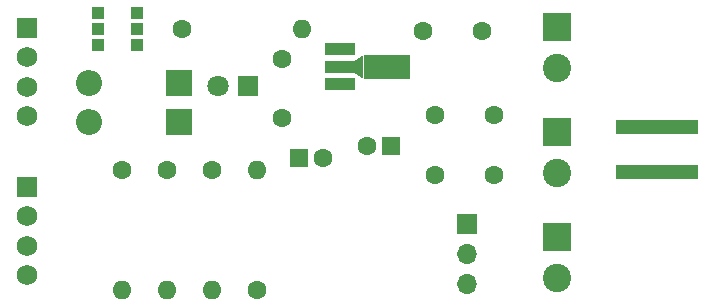
<source format=gbr>
G04 #@! TF.GenerationSoftware,KiCad,Pcbnew,6.0.0-d3dd2cf0fa~116~ubuntu20.04.1*
G04 #@! TF.CreationDate,2022-01-19T00:46:34+01:00*
G04 #@! TF.ProjectId,bobbycar,626f6262-7963-4617-922e-6b696361645f,rev?*
G04 #@! TF.SameCoordinates,Original*
G04 #@! TF.FileFunction,Soldermask,Top*
G04 #@! TF.FilePolarity,Negative*
%FSLAX46Y46*%
G04 Gerber Fmt 4.6, Leading zero omitted, Abs format (unit mm)*
G04 Created by KiCad (PCBNEW 6.0.0-d3dd2cf0fa~116~ubuntu20.04.1) date 2022-01-19 00:46:34*
%MOMM*%
%LPD*%
G01*
G04 APERTURE LIST*
G04 Aperture macros list*
%AMOutline4P*
0 Free polygon, 4 corners , with rotation*
0 The origin of the aperture is its center*
0 number of corners: always 4*
0 $1 to $8 corner X, Y*
0 $9 Rotation angle, in degrees counterclockwise*
0 create outline with 4 corners*
4,1,4,$1,$2,$3,$4,$5,$6,$7,$8,$1,$2,$9*%
G04 Aperture macros list end*
%ADD10C,1.600000*%
%ADD11O,1.600000X1.600000*%
%ADD12O,2.200000X2.200000*%
%ADD13R,2.200000X2.200000*%
%ADD14R,2.500000X1.000000*%
%ADD15R,4.000000X2.000000*%
%ADD16Outline4P,-1.000000X-0.375000X1.000000X-0.375000X0.500000X0.375000X-0.500000X0.375000X90.000000*%
%ADD17R,1.700000X1.700000*%
%ADD18O,1.700000X1.700000*%
%ADD19R,1.600000X1.600000*%
%ADD20C,1.750000*%
%ADD21R,1.750000X1.750000*%
%ADD22R,2.400000X2.400000*%
%ADD23C,2.400000*%
%ADD24R,1.800000X1.800000*%
%ADD25C,1.800000*%
%ADD26R,1.000000X1.000000*%
%ADD27R,7.000000X1.270000*%
G04 APERTURE END LIST*
D10*
X139018000Y-100965000D03*
X144018000Y-100965000D03*
X126111000Y-96139000D03*
X126111000Y-91139000D03*
X143049000Y-88773000D03*
X138049000Y-88773000D03*
X139001500Y-95885000D03*
X144001500Y-95885000D03*
D11*
X123952000Y-100584000D03*
D10*
X123952000Y-110744000D03*
D12*
X109728000Y-93218000D03*
D13*
X117348000Y-93218000D03*
X117348000Y-96520000D03*
D12*
X109728000Y-96520000D03*
D14*
X130978000Y-90321000D03*
X130978000Y-91821000D03*
X130978000Y-93321000D03*
D15*
X134938000Y-91821000D03*
D16*
X132588000Y-91821000D03*
D17*
X141732000Y-105156000D03*
D18*
X141732000Y-107696000D03*
X141732000Y-110236000D03*
D10*
X120142000Y-100584000D03*
D11*
X120142000Y-110744000D03*
D10*
X117602000Y-88646000D03*
D11*
X127762000Y-88646000D03*
X112522000Y-110744000D03*
D10*
X112522000Y-100584000D03*
X116332000Y-100584000D03*
D11*
X116332000Y-110744000D03*
D10*
X129540000Y-99568000D03*
D19*
X127540000Y-99568000D03*
X135318500Y-98552000D03*
D10*
X133318500Y-98552000D03*
D20*
X104521000Y-96019000D03*
X104521000Y-93519000D03*
X104521000Y-91019000D03*
D21*
X104521000Y-88519000D03*
X104521000Y-101981000D03*
D20*
X104521000Y-104481000D03*
X104521000Y-106981000D03*
X104521000Y-109481000D03*
D22*
X149352000Y-106228000D03*
D23*
X149352000Y-109728000D03*
X149352000Y-91948000D03*
D22*
X149352000Y-88448000D03*
X149352000Y-97338000D03*
D23*
X149352000Y-100838000D03*
D24*
X123190000Y-93472000D03*
D25*
X120650000Y-93472000D03*
D26*
X110490000Y-88646000D03*
X110490000Y-87296000D03*
X110490000Y-89996000D03*
X113792000Y-89996000D03*
X113792000Y-87296000D03*
X113792000Y-88646000D03*
D27*
X157792800Y-96906000D03*
X157792800Y-100706000D03*
M02*

</source>
